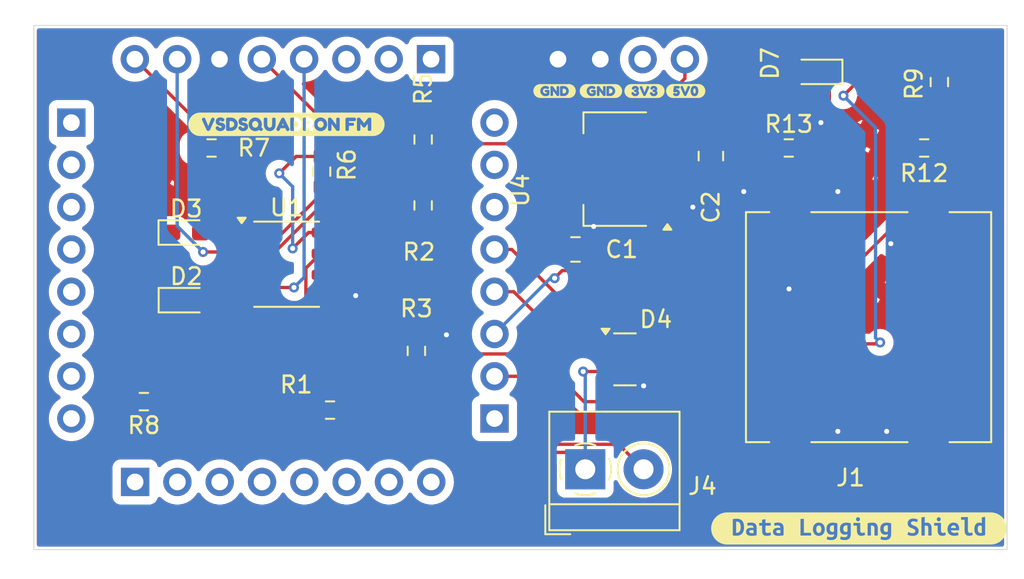
<source format=kicad_pcb>
(kicad_pcb (version 20240108) (generator "pcbnew") (generator_version "8.0")
  (layers (0 "F.Cu" signal) (31 "B.Cu" signal) (34 "B.Paste" user) (35 "F.Paste" user) (36 "B.SilkS" user "B.Silkscreen") (37 "F.SilkS" user "F.Silkscreen") (38 "B.Mask" user) (39 "F.Mask" user) (44 "Edge.Cuts" user))
  (net 0 "")
  (net 1 "GND")
  (net 2 "+3.3V")
  (net 3 "+5V")
  (net 4 "Net-(D2-A)")
  (net 5 "Net-(D2-K)")
  (net 6 "Net-(D3-A)")
  (net 7 "/B")
  (net 8 "/A")
  (net 10 "/CMD_MOSI")
  (net 12 "/CLK_SD")
  (net 13 "/DAT_MISO")
  (net 14 "/CD_SD")
  (net 15 "/RE_485")
  (net 16 "/DE_485")
  (net 17 "/RO_485")
  (net 18 "/DI_485")
  (net 39 "Net-(D7-A)")
  (footprint "Package_SO:SOIC-8_3.9x4.9mm_P1.27mm" (layer "F.Cu") (at 116.775 42.545)
    (property "Reference" "U1" (at 0 -3.4 0) (layer "F.SilkS"))
    (property "Value" "MAX485CSA")
    (pad "1" smd roundrect (at -2.475 -1.905) (size 1.95 0.6) (layers "F.Cu" "F.Paste" "F.Mask") (net 17 "/RO_485"))
    (pad "2" smd roundrect (at -2.475 -0.635) (size 1.95 0.6) (layers "F.Cu" "F.Paste" "F.Mask") (net 15 "/RE_485"))
    (pad "3" smd roundrect (at -2.475 0.635) (size 1.95 0.6) (layers "F.Cu" "F.Paste" "F.Mask") (net 16 "/DE_485"))
    (pad "4" smd roundrect (at -2.475 1.905) (size 1.95 0.6) (layers "F.Cu" "F.Paste" "F.Mask") (net 18 "/DI_485"))
    (pad "5" smd roundrect (at 2.475 1.905) (size 1.95 0.6) (layers "F.Cu" "F.Paste" "F.Mask") (net 1 "GND"))
    (pad "6" smd roundrect (at 2.475 0.635) (size 1.95 0.6) (layers "F.Cu" "F.Paste" "F.Mask") (net 8 "/A"))
    (pad "7" smd roundrect (at 2.475 -0.635) (size 1.95 0.6) (layers "F.Cu" "F.Paste" "F.Mask") (net 7 "/B"))
    (pad "8" smd roundrect (at 2.475 -1.905) (size 1.95 0.6) (layers "F.Cu" "F.Paste" "F.Mask") (net 3 "+5V"))
  )
  (footprint "Diode_SMD:D_0603_1608Metric_Pad1.05x0.95mm_HandSolder" (layer "F.Cu") (at 110.753 44.704)
    (property "Reference" "D2" (at 0 -1.43 0) (layer "F.SilkS"))
    (property "Value" "TX_IND")
    (pad "1" smd roundrect (at -0.875 0) (size 1.05 0.95) (layers "F.Cu" "F.Paste" "F.Mask") (net 5 "Net-(D2-K)"))
    (pad "2" smd roundrect (at 0.875 0) (size 1.05 0.95) (layers "F.Cu" "F.Paste" "F.Mask") (net 4 "Net-(D2-A)"))
  )
  (footprint "Resistor_SMD:R_0603_1608Metric_Pad0.98x0.95mm_HandSolder" (layer "F.Cu") (at 119.38 51.308 180)
    (property "Reference" "R1" (at 2.032 1.524 0) (layer "F.SilkS"))
    (property "Value" "120")
    (pad "1" smd roundrect (at -0.9125 0 180) (size 0.975 0.95) (layers "F.Cu" "F.Paste" "F.Mask") (net 8 "/A"))
    (pad "2" smd roundrect (at 0.9125 0 180) (size 0.975 0.95) (layers "F.Cu" "F.Paste" "F.Mask") (net 7 "/B"))
  )
  (footprint "Diode_SMD:D_0603_1608Metric_Pad1.05x0.95mm_HandSolder" (layer "F.Cu") (at 148.477 30.988 180)
    (property "Reference" "D7" (at 2.681 0.508 90) (layer "F.SilkS"))
    (property "Value" "PWR_IND")
    (pad "1" smd roundrect (at -0.875 0 180) (size 1.05 0.95) (layers "F.Cu" "F.Paste" "F.Mask") (net 1 "GND"))
    (pad "2" smd roundrect (at 0.875 0 180) (size 1.05 0.95) (layers "F.Cu" "F.Paste" "F.Mask") (net 39 "Net-(D7-A)"))
  )
  (footprint "Resistor_SMD:R_0603_1608Metric_Pad0.98x0.95mm_HandSolder" (layer "F.Cu") (at 124.5635 47.752 90)
    (property "Reference" "R3" (at 2.54 0 0) (layer "F.SilkS"))
    (property "Value" "20K")
    (pad "1" smd roundrect (at -0.9125 0 90) (size 0.975 0.95) (layers "F.Cu" "F.Paste" "F.Mask") (net 7 "/B"))
    (pad "2" smd roundrect (at 0.9125 0 90) (size 0.975 0.95) (layers "F.Cu" "F.Paste" "F.Mask") (net 1 "GND"))
  )
  (footprint "Package_TO_SOT_SMD:SOT-223-3_TabPin2" (layer "F.Cu") (at 136.5 36.83 180)
    (property "Reference" "U4" (at 5.69 -1.27 90) (layer "F.SilkS"))
    (property "Value" "AMS1117-3.3")
    (pad "1" smd roundrect (at -3.15 -2.3 180) (size 2 1.5) (layers "F.Cu" "F.Paste" "F.Mask") (net 1 "GND"))
    (pad "2" smd roundrect (at -3.15 0 180) (size 2 1.5) (layers "F.Cu" "F.Paste" "F.Mask") (net 2 "+3.3V"))
    (pad "2" smd roundrect (at 3.15 0 180) (size 2 3.8) (layers "F.Cu" "F.Paste" "F.Mask") (net 2 "+3.3V"))
    (pad "3" smd roundrect (at -3.15 2.3 180) (size 2 1.5) (layers "F.Cu" "F.Paste" "F.Mask") (net 3 "+5V"))
  )
  (footprint "Connector_Card:microSD_HC_Molex_47219-2001" (layer "F.Cu") (at 151.706 46.325 90)
    (property "Reference" "J1" (at -9.047 -1.084 0) (layer "F.SilkS"))
    (property "Value" "Micro_SD_Card")
    (pad "1" smd rect (at -3.205 -2.1 90) (size 0.8 1.5) (layers "F.Cu" "F.Paste" "F.Mask"))
    (pad "2" smd rect (at -2.105 -2.1 90) (size 0.8 1.5) (layers "F.Cu" "F.Paste" "F.Mask") (net 14 "/CD_SD"))
    (pad "3" smd rect (at -1.005 -2.1 90) (size 0.8 1.5) (layers "F.Cu" "F.Paste" "F.Mask") (net 10 "/CMD_MOSI"))
    (pad "4" smd rect (at 0.095 -2.1 90) (size 0.8 1.5) (layers "F.Cu" "F.Paste" "F.Mask") (net 2 "+3.3V"))
    (pad "5" smd rect (at 1.195 -2.1 90) (size 0.8 1.5) (layers "F.Cu" "F.Paste" "F.Mask") (net 12 "/CLK_SD"))
    (pad "6" smd rect (at 2.295 -2.1 90) (size 0.8 1.5) (layers "F.Cu" "F.Paste" "F.Mask") (net 1 "GND"))
    (pad "7" smd rect (at 3.395 -2.1 90) (size 0.8 1.5) (layers "F.Cu" "F.Paste" "F.Mask") (net 13 "/DAT_MISO"))
    (pad "8" smd rect (at 4.495 -2.1 90) (size 0.8 1.5) (layers "F.Cu" "F.Paste" "F.Mask"))
    (pad "9" smd roundrect (at -6.875 -4.7 90) (size 1.45 2) (layers "F.Cu" "F.Paste" "F.Mask") (net 1 "GND"))
    (pad "9" smd roundrect (at -6.875 3.6 90) (size 1.45 2) (layers "F.Cu" "F.Paste" "F.Mask") (net 1 "GND"))
    (pad "9" smd roundrect (at 6.875 -4.7 90) (size 1.45 2) (layers "F.Cu" "F.Paste" "F.Mask") (net 1 "GND"))
    (pad "9" smd roundrect (at 6.875 3.6 90) (size 1.45 2) (layers "F.Cu" "F.Paste" "F.Mask") (net 1 "GND"))
  )
  (footprint "Diode_SMD:D_0603_1608Metric_Pad1.05x0.95mm_HandSolder" (layer "F.Cu") (at 110.744 40.64)
    (property "Reference" "D3" (at 0 -1.43 0) (layer "F.SilkS"))
    (property "Value" "RX_IND")
    (pad "1" smd roundrect (at -0.875 0) (size 1.05 0.95) (layers "F.Cu" "F.Paste" "F.Mask") (net 5 "Net-(D2-K)"))
    (pad "2" smd roundrect (at 0.875 0) (size 1.05 0.95) (layers "F.Cu" "F.Paste" "F.Mask") (net 6 "Net-(D3-A)"))
  )
  (footprint "Resistor_SMD:R_0603_1608Metric_Pad0.98x0.95mm_HandSolder" (layer "F.Cu") (at 146.9155 35.56)
    (property "Reference" "R13" (at 0 -1.43 360) (layer "F.SilkS"))
    (property "Value" "470")
    (pad "1" smd roundrect (at -0.9125 0) (size 0.975 0.95) (layers "F.Cu" "F.Paste" "F.Mask") (net 3 "+5V"))
    (pad "2" smd roundrect (at 0.9125 0) (size 0.975 0.95) (layers "F.Cu" "F.Paste" "F.Mask") (net 39 "Net-(D7-A)"))
  )
  (footprint "Resistor_SMD:R_0603_1608Metric_Pad0.98x0.95mm_HandSolder" (layer "F.Cu") (at 124.968 35.052 90)
    (property "Reference" "R5" (at 3.048 0 90) (layer "F.SilkS"))
    (property "Value" "10K")
    (pad "1" smd roundrect (at -0.9125 0 90) (size 0.975 0.95) (layers "F.Cu" "F.Paste" "F.Mask") (net 3 "+5V"))
    (pad "2" smd roundrect (at 0.9125 0 90) (size 0.975 0.95) (layers "F.Cu" "F.Paste" "F.Mask") (net 16 "/DE_485"))
  )
  (footprint "Capacitor_SMD:C_0805_2012Metric_Pad1.18x1.45mm_HandSolder" (layer "F.Cu") (at 134.112 41.656)
    (property "Reference" "C1" (at 2.7725 0 0) (layer "F.SilkS"))
    (property "Value" "22uF")
    (pad "1" smd roundrect (at -1.0375 0) (size 1.175 1.45) (layers "F.Cu" "F.Paste" "F.Mask") (roundrect_rratio 0.212766) (net 2 "+3.3V"))
    (pad "2" smd roundrect (at 1.0375 0) (size 1.175 1.45) (layers "F.Cu" "F.Paste" "F.Mask") (roundrect_rratio 0.212766) (net 1 "GND"))
  )
  (footprint "Resistor_SMD:R_0603_1608Metric_Pad0.98x0.95mm_HandSolder" (layer "F.Cu") (at 124.968 39.0125 -90)
    (property "Reference" "R2" (at 2.794 0.254 0) (layer "F.SilkS"))
    (property "Value" "20K")
    (pad "1" smd roundrect (at -0.9125 0 270) (size 0.975 0.95) (layers "F.Cu" "F.Paste" "F.Mask") (net 3 "+5V"))
    (pad "2" smd roundrect (at 0.9125 0 270) (size 0.975 0.95) (layers "F.Cu" "F.Paste" "F.Mask") (net 8 "/A"))
  )
  (footprint "Capacitor_SMD:C_0805_2012Metric_Pad1.18x1.45mm_HandSolder" (layer "F.Cu") (at 142.24 36.0465 -90)
    (property "Reference" "C2" (at 3.0695 0 90) (layer "F.SilkS"))
    (property "Value" "10uF")
    (pad "1" smd roundrect (at -1.0375 0 270) (size 1.175 1.45) (layers "F.Cu" "F.Paste" "F.Mask") (roundrect_rratio 0.212766) (net 3 "+5V"))
    (pad "2" smd roundrect (at 1.0375 0 270) (size 1.175 1.45) (layers "F.Cu" "F.Paste" "F.Mask") (roundrect_rratio 0.212766) (net 1 "GND"))
  )
  (footprint "Package_TO_SOT_SMD:SOT-23" (layer "F.Cu") (at 137.0815 48.26)
    (property "Reference" "D4" (at 1.8565 -2.4 0) (layer "F.SilkS"))
    (property "Value" "SM712_SOT23")
    (pad "1" smd roundrect (at -0.9375 -0.95) (size 1.475 0.6) (layers "F.Cu" "F.Paste" "F.Mask") (net 8 "/A"))
    (pad "2" smd roundrect (at -0.9375 0.95) (size 1.475 0.6) (layers "F.Cu" "F.Paste" "F.Mask") (net 7 "/B"))
    (pad "3" smd roundrect (at 0.9375 0) (size 1.475 0.6) (layers "F.Cu" "F.Paste" "F.Mask") (net 1 "GND"))
  )
  (footprint "kibuzzard-679640E5" (layer "F.Cu") (at 151.13 58.42)
    (property "Reference" "kibuzzard-679640E5" (hide yes))
    (property "Value" "G***" (hide yes))
  )
  (footprint "Resistor_SMD:R_0603_1608Metric_Pad0.98x0.95mm_HandSolder" (layer "F.Cu") (at 155.956 31.5995 90)
    (property "Reference" "R9" (at -0.1035 -1.524 90) (layer "F.SilkS"))
    (property "Value" "10K")
    (pad "1" smd roundrect (at -0.9125 0 90) (size 0.975 0.95) (layers "F.Cu" "F.Paste" "F.Mask") (net 2 "+3.3V"))
    (pad "2" smd roundrect (at 0.9125 0 90) (size 0.975 0.95) (layers "F.Cu" "F.Paste" "F.Mask") (net 10 "/CMD_MOSI"))
  )
  (footprint "Resistor_SMD:R_0603_1608Metric_Pad0.98x0.95mm_HandSolder" (layer "F.Cu") (at 155.0435 35.56 180)
    (property "Reference" "R12" (at 0 -1.524 360) (layer "F.SilkS"))
    (property "Value" "10K" (hide yes))
    (pad "1" smd roundrect (at -0.9125 0 180) (size 0.975 0.95) (layers "F.Cu" "F.Paste" "F.Mask") (net 2 "+3.3V"))
    (pad "2" smd roundrect (at 0.9125 0 180) (size 0.975 0.95) (layers "F.Cu" "F.Paste" "F.Mask") (net 13 "/DAT_MISO"))
  )
  (footprint "TerminalBlock_4Ucon:TerminalBlock_4Ucon_1x02_P3.50mm_Horizontal" (layer "F.Cu") (at 134.7 54.864)
    (property "Reference" "J4" (at 7.032 1.016 0) (layer "F.SilkS"))
    (property "Value" "Screw_Terminal_01x02")
    (pad "1" thru_hole rect (at 0 0) (size 2.4 2.4) (drill 1.2) (layers "*.Cu" "*.Mask") (net 7 "/B"))
    (pad "2" thru_hole circle (at 3.5 0) (size 2.4 2.4) (drill 1.2) (layers "*.Cu" "*.Mask") (net 8 "/A"))
  )
  (footprint "Resistor_SMD:R_0603_1608Metric_Pad0.98x0.95mm_HandSolder" (layer "F.Cu") (at 108.204 50.8 180)
    (property "Reference" "R8" (at 0 -1.43 0) (layer "F.SilkS"))
    (property "Value" "470")
    (pad "1" smd roundrect (at -0.9125 0 180) (size 0.975 0.95) (layers "F.Cu" "F.Paste" "F.Mask") (net 18 "/DI_485"))
    (pad "2" smd roundrect (at 0.9125 0 180) (size 0.975 0.95) (layers "F.Cu" "F.Paste" "F.Mask") (net 4 "Net-(D2-A)"))
  )
  (footprint "VSDsquadron_FM:VSDSquadron_FM" (layer "F.Cu") (at 116.6033 42.9078)
    (property "Reference" "U2" (hide yes))
    (property "Value" "VSDSquadron FM" (hide yes))
    (pad "1" thru_hole rect (at -8.925764 12.718236 90) (size 1.7 1.7) (drill 1) (layers "*.Cu" "*.Mask"))
    (pad "2" thru_hole oval (at -6.385764 12.718236 90) (size 1.7 1.7) (drill 1) (layers "*.Cu" "*.Mask"))
    (pad "3" thru_hole oval (at -3.845764 12.718236 90) (size 1.7 1.7) (drill 1) (layers "*.Cu" "*.Mask"))
    (pad "4" thru_hole oval (at -1.305764 12.718236 90) (size 1.7 1.7) (drill 1) (layers "*.Cu" "*.Mask"))
    (pad "5" thru_hole oval (at 1.234236 12.718236 90) (size 1.7 1.7) (drill 1) (layers "*.Cu" "*.Mask"))
    (pad "6" thru_hole oval (at 3.774236 12.718236 90) (size 1.7 1.7) (drill 1) (layers "*.Cu" "*.Mask"))
    (pad "7" thru_hole oval (at 6.314236 12.718236 90) (size 1.7 1.7) (drill 1) (layers "*.Cu" "*.Mask"))
    (pad "8" thru_hole oval (at 8.854236 12.718236 90) (size 1.7 1.7) (drill 1) (layers "*.Cu" "*.Mask"))
    (pad "9" thru_hole rect (at 12.649236 8.908236 180) (size 1.7 1.7) (drill 1) (layers "*.Cu" "*.Mask"))
    (pad "10" thru_hole oval (at 12.649236 6.368236 180) (size 1.7 1.7) (drill 1) (layers "*.Cu" "*.Mask") (net 14 "/CD_SD"))
    (pad "11" thru_hole oval (at 12.649236 3.828236 180) (size 1.7 1.7) (drill 1) (layers "*.Cu" "*.Mask") (net 13 "/DAT_MISO"))
    (pad "12" thru_hole oval (at 12.649236 1.288236 180) (size 1.7 1.7) (drill 1) (layers "*.Cu" "*.Mask") (net 10 "/CMD_MOSI"))
    (pad "13" thru_hole oval (at 12.649236 -1.251764 180) (size 1.7 1.7) (drill 1) (layers "*.Cu" "*.Mask") (net 12 "/CLK_SD"))
    (pad "14" thru_hole oval (at 12.649236 -3.791764 180) (size 1.7 1.7) (drill 1) (layers "*.Cu" "*.Mask"))
    (pad "15" thru_hole oval (at 12.649236 -6.331764 180) (size 1.7 1.7) (drill 1) (layers "*.Cu" "*.Mask"))
    (pad "16" thru_hole oval (at 12.649236 -8.871764 180) (size 1.7 1.7) (drill 1) (layers "*.Cu" "*.Mask"))
    (pad "17" thru_hole rect (at 8.839236 -12.681764 270) (size 1.7 1.7) (drill 1) (layers "*.Cu" "*.Mask"))
    (pad "18" thru_hole oval (at 6.299236 -12.681764 270) (size 1.7 1.7) (drill 1) (layers "*.Cu" "*.Mask"))
    (pad "19" thru_hole oval (at 3.759236 -12.681764 270) (size 1.7 1.7) (drill 1) (layers "*.Cu" "*.Mask"))
    (pad "20" thru_hole oval (at 1.219236 -12.681764 270) (size 1.7 1.7) (drill 1) (layers "*.Cu" "*.Mask") (net 18 "/DI_485"))
    (pad "21" thru_hole oval (at -1.320764 -12.681764 270) (size 1.7 1.7) (drill 1) (layers "*.Cu" "*.Mask") (net 16 "/DE_485"))
    (pad "22" thru_hole oval (at -3.860764 -12.681764 270) (size 1.7 1.7) (drill 1) (layers "*.Cu" "*.Mask") (net 1 "GND"))
    (pad "23" thru_hole oval (at -6.400764 -12.681764 270) (size 1.7 1.7) (drill 1) (layers "*.Cu" "*.Mask") (net 15 "/RE_485"))
    (pad "24" thru_hole oval (at -8.940764 -12.681764 270) (size 1.7 1.7) (drill 1) (layers "*.Cu" "*.Mask") (net 17 "/RO_485"))
    (pad "25" thru_hole rect (at -12.750764 -8.871764) (size 1.7 1.7) (drill 1) (layers "*.Cu" "*.Mask"))
    (pad "26" thru_hole oval (at -12.750764 -6.331764) (size 1.7 1.7) (drill 1) (layers "*.Cu" "*.Mask"))
    (pad "27" thru_hole oval (at -12.750764 -3.791764) (size 1.7 1.7) (drill 1) (layers "*.Cu" "*.Mask"))
    (pad "28" thru_hole oval (at -12.750764 -1.251764) (size 1.7 1.7) (drill 1) (layers "*.Cu" "*.Mask"))
    (pad "29" thru_hole oval (at -12.750764 1.288236) (size 1.7 1.7) (drill 1) (layers "*.Cu" "*.Mask"))
    (pad "30" thru_hole oval (at -12.750764 3.828236) (size 1.7 1.7) (drill 1) (layers "*.Cu" "*.Mask"))
    (pad "31" thru_hole oval (at -12.750764 6.368236) (size 1.7 1.7) (drill 1) (layers "*.Cu" "*.Mask"))
    (pad "32" thru_hole oval (at -12.750764 8.908236) (size 1.7 1.7) (drill 1) (layers "*.Cu" "*.Mask"))
    (pad "33" thru_hole rect (at 16.459236 -12.681764 90) (size 1.7 1.7) (drill 1) (layers "*.Cu" "*.Mask") (net 1 "GND"))
    (pad "34" thru_hole oval (at 18.999236 -12.681764 90) (size 1.7 1.7) (drill 1) (layers "*.Cu" "*.Mask") (net 1 "GND"))
    (pad "35" thru_hole oval (at 21.539236 -12.681764 90) (size 1.7 1.7) (drill 1) (layers "*.Cu" "*.Mask"))
    (pad "36" thru_hole oval (at 24.079236 -12.681764 90) (size 1.7 1.7) (drill 1) (layers "*.Cu" "*.Mask") (net 3 "+5V"))
  )
  (footprint "Resistor_SMD:R_0603_1608Metric_Pad0.98x0.95mm_HandSolder" (layer "F.Cu") (at 112.268 35.56 180)
    (property "Reference" "R7" (at -2.54 0 0) (layer "F.SilkS"))
    (property "Value" "470")
    (pad "1" smd roundrect (at -0.9125 0 180) (size 0.975 0.95) (layers "F.Cu" "F.Paste" "F.Mask") (net 17 "/RO_485"))
    (pad "2" smd roundrect (at 0.9125 0 180) (size 0.975 0.95) (layers "F.Cu" "F.Paste" "F.Mask") (net 6 "Net-(D3-A)"))
  )
  (footprint "Resistor_SMD:R_0603_1608Metric_Pad0.98x0.95mm_HandSolder" (layer "F.Cu") (at 118.872 36.9805 -90)
    (property "Reference" "R6" (at -0.4045 -1.524 90) (layer "F.SilkS"))
    (property "Value" "10K")
    (pad "1" smd roundrect (at -0.9125 0 270) (size 0.975 0.95) (layers "F.Cu" "F.Paste" "F.Mask") (net 3 "+5V"))
    (pad "2" smd roundrect (at 0.9125 0 270) (size 0.975 0.95) (layers "F.Cu" "F.Paste" "F.Mask") (net 15 "/RE_485"))
  )
  (gr_line (start 160.02 28.194) (end 160.02 59.69) (stroke (width 0.05)) (layer "Edge.Cuts"))
  (gr_line (start 101.6 28.194) (end 101.6 59.69) (stroke (width 0.05)) (layer "Edge.Cuts"))
  (gr_line (start 101.6 59.69) (end 160.02 59.69) (stroke (width 0.05)) (layer "Edge.Cuts"))
  (gr_line (start 101.6 28.194) (end 160.02 28.194) (stroke (width 0.05)) (layer "Edge.Cuts"))
  (segment (start 153.0421 41.3098) (end 153.4462 41.3098) (width 0.2) (layer "F.Cu") (net 1))
  (segment (start 149.8615 38.1787) (end 148.2773 38.1787) (width 0.2) (layer "F.Cu") (net 1))
  (segment (start 139.6671 39.1129) (end 139.65 39.13) (width 0.2) (layer "F.Cu") (net 1))
  (segment (start 148.2773 38.1787) (end 147.006 39.45) (width 0.2) (layer "F.Cu") (net 1))
  (segment (start 149.8615 52.5862) (end 147.6198 52.5862) (width 0.2) (layer "F.Cu") (net 1))
  (segment (start 143.3347 38.1787) (end 142.24 37.084) (width 0.2) (layer "F.Cu") (net 1))
  (segment (start 152.7925 52.5862) (end 154.6922 52.5862) (width 0.2) (layer "F.Cu") (net 1))
  (segment (start 138.019 49.6685) (end 138.019 48.26) (width 0.2) (layer "F.Cu") (net 1))
  (segment (start 153.4462 41.3098) (end 155.306 39.45) (width 0.2) (layer "F.Cu") (net 1))
  (segment (start 120.9193 44.4315) (end 119.2685 44.4315) (width 0.2) (layer "F.Cu") (net 1))
  (segment (start 154.6922 52.5862) (end 155.306 53.2) (width 0.2) (layer "F.Cu") (net 1))
  (segment (start 149.352 33.528) (end 148.844 34.036) (width 0.2) (layer "F.Cu") (net 1))
  (segment (start 135.1495 40.3317) (end 135.1495 41.656) (width 0.2) (layer "F.Cu") (net 1))
  (segment (start 149.352 30.988) (end 149.352 33.528) (width 0.2) (layer "F.Cu") (net 1))
  (segment (start 119.2685 44.4315) (end 119.25 44.45) (width 0.2) (layer "F.Cu") (net 1))
  (segment (start 126.3668 46.7858) (end 124.6172 46.7858) (width 0.2) (layer "F.Cu") (net 1))
  (segment (start 147.6198 52.5862) (end 147.006 53.2) (width 0.2) (layer "F.Cu") (net 1))
  (segment (start 144.2155 38.1787) (end 143.3347 38.1787) (width 0.2) (layer "F.Cu") (net 1))
  (segment (start 135.2065 40.2747) (end 135.1495 40.3317) (width 0.2) (layer "F.Cu") (net 1))
  (segment (start 146.9305 44.03) (end 149.606 44.03) (width 0.2) (layer "F.Cu") (net 1))
  (segment (start 141.1563 39.1129) (end 139.6671 39.1129) (width 0.2) (layer "F.Cu") (net 1))
  (segment (start 124.6172 46.7858) (end 124.5635 46.8395) (width 0.2) (layer "F.Cu") (net 1))
  (segment (start 138.2035 49.853) (end 138.019 49.6685) (width 0.2) (layer "F.Cu") (net 1))
  (via (at 153.0421 41.3098) (size 0.6) (drill 0.3) (layers "F.Cu" "B.Cu") (net 1))
  (via (at 135.2065 40.2747) (size 0.6) (drill 0.3) (layers "F.Cu" "B.Cu") (net 1))
  (via (at 144.2155 38.1787) (size 0.6) (drill 0.3) (layers "F.Cu" "B.Cu") (net 1))
  (via (at 138.2035 49.853) (size 0.6) (drill 0.3) (layers "F.Cu" "B.Cu") (net 1))
  (via (at 141.1563 39.1129) (size 0.6) (drill 0.3) (layers "F.Cu" "B.Cu") (net 1))
  (via (at 120.9193 44.4315) (size 0.6) (drill 0.3) (layers "F.Cu" "B.Cu") (net 1))
  (via (at 149.8615 38.1787) (size 0.6) (drill 0.3) (layers "F.Cu" "B.Cu") (net 1))
  (via (at 149.8615 52.5862) (size 0.6) (drill 0.3) (layers "F.Cu" "B.Cu") (net 1))
  (via (at 126.3668 46.7858) (size 0.6) (drill 0.3) (layers "F.Cu" "B.Cu") (net 1))
  (via (at 152.7925 52.5862) (size 0.6) (drill 0.3) (layers "F.Cu" "B.Cu") (net 1))
  (via (at 148.844 34.036) (size 0.6) (drill 0.3) (layers "F.Cu" "B.Cu") (net 1))
  (via (at 146.9305 44.03) (size 0.6) (drill 0.3) (layers "F.Cu" "B.Cu") (net 1))
  (segment (start 133.0745 37.1055) (end 133.35 36.83) (width 0.2) (layer "F.Cu") (net 2))
  (segment (start 133.35 36.83) (end 139.65 36.83) (width 0.2) (layer "F.Cu") (net 2))
  (segment (start 133.0745 41.656) (end 133.0745 37.1055) (width 0.2) (layer "F.Cu") (net 2))
  (segment (start 155.956 32.512) (end 155.956 35.56) (width 0.2) (layer "F.Cu") (net 2))
  (segment (start 139.65 32.4102) (end 139.65 34.53) (width 0.2) (layer "F.Cu") (net 3))
  (segment (start 121.412 40.64) (end 123.952 38.1) (width 0.2) (layer "F.Cu") (net 3))
  (segment (start 143.764 35.56) (end 146.003 35.56) (width 0.2) (layer "F.Cu") (net 3))
  (segment (start 140.129 35.009) (end 142.24 35.009) (width 0.2) (layer "F.Cu") (net 3))
  (segment (start 124.968 38.1) (end 124.968 35.9645) (width 0.2) (layer "F.Cu") (net 3))
  (segment (start 142.24 35.009) (end 143.213 35.009) (width 0.2) (layer "F.Cu") (net 3))
  (segment (start 119.25 40.64) (end 121.412 40.64) (width 0.2) (layer "F.Cu") (net 3))
  (segment (start 124.968 38.1) (end 127.762 35.306) (width 0.2) (layer "F.Cu") (net 3))
  (segment (start 131.1787 34.53) (end 139.65 34.53) (width 0.2) (layer "F.Cu") (net 3))
  (segment (start 116.332 37.084) (end 117.348 36.068) (width 0.2) (layer "F.Cu") (net 3))
  (segment (start 123.952 38.1) (end 124.968 38.1) (width 0.2) (layer "F.Cu") (net 3))
  (segment (start 127.762 35.306) (end 130.4027 35.306) (width 0.2) (layer "F.Cu") (net 3))
  (segment (start 118.0899 40.64) (end 117.1347 41.5952) (width 0.2) (layer "F.Cu") (net 3))
  (segment (start 119.25 40.64) (end 118.0899 40.64) (width 0.2) (layer "F.Cu") (net 3))
  (segment (start 140.6825 31.3777) (end 139.65 32.4102) (width 0.2) (layer "F.Cu") (net 3))
  (segment (start 139.65 34.53) (end 140.129 35.009) (width 0.2) (layer "F.Cu") (net 3))
  (segment (start 130.4027 35.306) (end 131.1787 34.53) (width 0.2) (layer "F.Cu") (net 3))
  (segment (start 117.348 36.068) (end 118.872 36.068) (width 0.2) (layer "F.Cu") (net 3))
  (segment (start 143.213 35.009) (end 143.764 35.56) (width 0.2) (layer "F.Cu") (net 3))
  (segment (start 140.6825 30.226) (end 140.6825 31.3777) (width 0.2) (layer "F.Cu") (net 3))
  (via (at 116.332 37.084) (size 0.6) (drill 0.3) (layers "F.Cu" "B.Cu") (net 3))
  (via (at 117.1347 41.5952) (size 0.6) (drill 0.3) (layers "F.Cu" "B.Cu") (net 3))
  (segment (start 117.1347 37.8867) (end 116.332 37.084) (width 0.2) (layer "B.Cu") (net 3))
  (segment (start 117.1347 41.5952) (end 117.1347 37.8867) (width 0.2) (layer "B.Cu") (net 3))
  (segment (start 107.2915 49.0405) (end 111.628 44.704) (width 0.2) (layer "F.Cu") (net 4))
  (segment (start 107.2915 50.8) (end 107.2915 49.0405) (width 0.2) (layer "F.Cu") (net 4))
  (segment (start 109.878 44.704) (end 109.869 44.695) (width 0.2) (layer "F.Cu") (net 5))
  (segment (start 109.869 44.695) (end 109.869 40.64) (width 0.2) (layer "F.Cu") (net 5))
  (segment (start 111.619 40.64) (end 111.619 35.8235) (width 0.2) (layer "F.Cu") (net 6))
  (segment (start 111.619 35.8235) (end 111.3555 35.56) (width 0.2) (layer "F.Cu") (net 6))
  (segment (start 134.5735 48.992) (end 135.926 48.992) (width 0.2) (layer "F.Cu") (net 7))
  (segment (start 117.9293 45.4828) (end 117.9293 42.7792) (width 0.2) (layer "F.Cu") (net 7))
  (segment (start 133.684 53.848) (end 134.7 54.864) (width 0.2) (layer "F.Cu") (net 7))
  (segment (start 118.7985 41.91) (end 119.25 41.91) (width 0.2) (layer "F.Cu") (net 7))
  (segment (start 118.4675 51.308) (end 118.4675 52.4275) (width 0.2) (layer "F.Cu") (net 7))
  (segment (start 118.4675 52.4275) (end 119.888 53.848) (width 0.2) (layer "F.Cu") (net 7))
  (segment (start 119.888 53.848) (end 133.684 53.848) (width 0.2) (layer "F.Cu") (net 7))
  (segment (start 117.9293 42.7792) (end 118.7985 41.91) (width 0.2) (layer "F.Cu") (net 7))
  (segment (start 121.111 48.6645) (end 118.4675 51.308) (width 0.2) (layer "F.Cu") (net 7))
  (segment (start 118.4675 51.308) (end 118.66975 51.10575) (width 0.2) (layer "F.Cu") (net 7))
  (segment (start 135.926 48.992) (end 136.144 49.21) (width 0.2) (layer "F.Cu") (net 7))
  (segment (start 121.111 48.6645) (end 117.9293 45.4828) (width 0.2) (layer "F.Cu") (net 7))
  (segment (start 124.5635 48.6645) (end 121.111 48.6645) (width 0.2) (layer "F.Cu") (net 7))
  (via (at 134.5735 48.992) (size 0.6) (drill 0.3) (layers "F.Cu" "B.Cu") (net 7))
  (segment (start 134.7 49.1185) (end 134.5735 48.992) (width 0.2) (layer "B.Cu") (net 7))
  (segment (start 134.7 54.864) (end 134.7 49.1185) (width 0.2) (layer "B.Cu") (net 7))
  (segment (start 136.144 47.31) (end 135.5187 47.9353) (width 0.2) (layer "F.Cu") (net 8))
  (segment (start 124.8462 51.308) (end 128.2189 47.9353) (width 0.2) (layer "F.Cu") (net 8))
  (segment (start 135.5187 47.9353) (end 128.2189 47.9353) (width 0.2) (layer "F.Cu") (net 8))
  (segment (start 120.2925 51.308) (end 124.8462 51.308) (width 0.2) (layer "F.Cu") (net 8))
  (segment (start 136.6983 53.3623) (end 122.3468 53.3623) (width 0.2) (layer "F.Cu") (net 8))
  (segment (start 121.713 43.18) (end 123.609529 43.18) (width 0.2) (layer "F.Cu") (net 8))
  (segment (start 122.3468 53.3623) (end 120.2925 51.308) (width 0.2) (layer "F.Cu") (net 8))
  (segment (start 123.609529 43.18) (end 128.2189 47.789371) (width 0.2) (layer "F.Cu") (net 8))
  (segment (start 128.2189 47.789371) (end 128.2189 47.9353) (width 0.2) (layer "F.Cu") (net 8))
  (segment (start 124.968 39.925) (end 121.713 43.18) (width 0.2) (layer "F.Cu") (net 8))
  (segment (start 121.713 43.18) (end 119.25 43.18) (width 0.2) (layer "F.Cu") (net 8))
  (segment (start 138.2 54.864) (end 136.6983 53.3623) (width 0.2) (layer "F.Cu") (net 8))
  (segment (start 151.9276 30.687) (end 155.956 30.687) (width 0.2) (layer "F.Cu") (net 10))
  (segment (start 132.7441 46.5359) (end 130.4042 44.196) (width 0.2) (layer "F.Cu") (net 10))
  (segment (start 150.1977 32.4168) (end 150.1977 32.4169) (width 0.2) (layer "F.Cu") (net 10))
  (segment (start 149.606 47.33) (end 152.2857 47.33) (width 0.2) (layer "F.Cu") (net 10))
  (segment (start 147.7602 46.5359) (end 132.7441 46.5359) (width 0.2) (layer "F.Cu") (net 10))
  (segment (start 149.181 47.33) (end 149.606 47.33) (width 0.2) (layer "F.Cu") (net 10))
  (segment (start 148.5543 47.33) (end 147.7602 46.5359) (width 0.2) (layer "F.Cu") (net 10))
  (segment (start 150.1977 32.4169) (end 151.9276 30.687) (width 0.2) (layer "F.Cu") (net 10))
  (segment (start 129.2525 44.196) (end 130.4042 44.196) (width 0.2) (layer "F.Cu") (net 10))
  (segment (start 149.181 47.33) (end 148.5543 47.33) (width 0.2) (layer "F.Cu") (net 10))
  (via (at 152.4 47.244) (size 0.6) (drill 0.3) (layers "F.Cu" "B.Cu") (net 10))
  (via (at 150.1977 32.4169) (size 0.6) (drill 0.3) (layers "F.Cu" "B.Cu") (net 10))
  (segment (start 152.1239 46.9679) (end 152.4 47.244) (width 0.2) (layer "B.Cu") (net 10))
  (segment (start 150.1977 32.4169) (end 152.1239 34.3431) (width 0.2) (layer "B.Cu") (net 10))
  (segment (start 152.1239 34.3431) (end 152.1239 46.9679) (width 0.2) (layer "B.Cu") (net 10))
  (segment (start 130.282436 41.656036) (end 133.7564 45.13) (width 0.2) (layer "F.Cu") (net 12))
  (segment (start 133.7564 45.13) (end 149.606 45.13) (width 0.2) (layer "F.Cu") (net 12))
  (segment (start 129.252536 41.656036) (end 130.282436 41.656036) (width 0.2) (layer "F.Cu") (net 12))
  (segment (start 149.606 42.93) (end 150.556 42.93) (width 0.2) (layer "F.Cu") (net 13))
  (segment (start 150.556 42.93) (end 153.924 39.562) (width 0.2) (layer "F.Cu") (net 13))
  (segment (start 153.924 35.767) (end 154.131 35.56) (width 0.2) (layer "F.Cu") (net 13))
  (segment (start 132.8596 43.3824) (end 133.312 42.93) (width 0.2) (layer "F.Cu") (net 13))
  (segment (start 133.312 42.93) (end 149.606 42.93) (width 0.2) (layer "F.Cu") (net 13))
  (segment (start 153.924 39.562) (end 153.924 35.767) (width 0.2) (layer "F.Cu") (net 13))
  (via (at 132.8596 43.3824) (size 0.6) (drill 0.3) (layers "F.Cu" "B.Cu") (net 13))
  (segment (start 132.606172 43.3824) (end 129.252536 46.736036) (width 0.2) (layer "B.Cu") (net 13))
  (segment (start 132.8596 43.3824) (end 132.606172 43.3824) (width 0.2) (layer "B.Cu") (net 13))
  (segment (start 129.252536 49.276036) (end 133.096036 49.276036) (width 0.2) (layer "F.Cu") (net 14))
  (segment (start 134.62 50.8) (end 142.748 50.8) (width 0.2) (layer "F.Cu") (net 14))
  (segment (start 133.096036 49.276036) (end 134.62 50.8) (width 0.2) (layer "F.Cu") (net 14))
  (segment (start 145.118 48.43) (end 149.606 48.43) (width 0.2) (layer "F.Cu") (net 14))
  (segment (start 142.748 50.8) (end 145.118 48.43) (width 0.2) (layer "F.Cu") (net 14))
  (segment (start 114.3 41.91) (end 115.274999 41.91) (width 0.2) (layer "F.Cu") (net 15))
  (segment (start 115.274999 41.91) (end 118.872 38.312999) (width 0.2) (layer "F.Cu") (net 15))
  (segment (start 111.7585 41.8084) (end 114.1984 41.8084) (width 0.2) (layer "F.Cu") (net 15))
  (segment (start 110.547722 30.226036) (end 110.202536 30.226036) (width 0.2) (layer "F.Cu") (net 15))
  (segment (start 114.1984 41.8084) (end 114.3 41.91) (width 0.2) (layer "F.Cu") (net 15))
  (segment (start 118.872 38.312999) (end 118.872 37.893) (width 0.2) (layer "F.Cu") (net 15))
  (via (at 111.7585 41.8084) (size 0.6) (drill 0.3) (layers "F.Cu" "B.Cu") (net 15))
  (segment (start 111.7585 41.8084) (end 110.202536 40.252436) (width 0.2) (layer "B.Cu") (net 15))
  (segment (start 110.202536 40.252436) (end 110.202536 30.226036) (width 0.2) (layer "B.Cu") (net 15))
  (segment (start 119.196 34.1395) (end 115.282536 30.226036) (width 0.2) (layer "F.Cu") (net 16))
  (segment (start 119.883 39.2245) (end 122.428 36.6795) (width 0.2) (layer "F.Cu") (net 16))
  (segment (start 122.428 34.1395) (end 119.196 34.1395) (width 0.2) (layer "F.Cu") (net 16))
  (segment (start 122.428 36.6795) (end 122.428 34.1395) (width 0.2) (layer "F.Cu") (net 16))
  (segment (start 124.968 34.1395) (end 122.428 34.1395) (width 0.2) (layer "F.Cu") (net 16))
  (segment (start 114.6987 43.18) (end 114.3 43.18) (width 0.2) (layer "F.Cu") (net 16))
  (segment (start 118.6542 39.2245) (end 119.883 39.2245) (width 0.2) (layer "F.Cu") (net 16))
  (segment (start 118.6542 39.2245) (end 114.6987 43.18) (width 0.2) (layer "F.Cu") (net 16))
  (segment (start 113.1805 39.5205) (end 113.1805 35.56) (width 0.2) (layer "F.Cu") (net 17))
  (segment (start 112.9965 35.56) (end 113.1805 35.56) (width 0.2) (layer "F.Cu") (net 17))
  (segment (start 114.3 40.64) (end 113.1805 39.5205) (width 0.2) (layer "F.Cu") (net 17))
  (segment (start 107.662536 30.226036) (end 112.9965 35.56) (width 0.2) (layer "F.Cu") (net 17))
  (segment (start 109.1165 49.6335) (end 114.3 44.45) (width 0.2) (layer "F.Cu") (net 18))
  (segment (start 117.2147 43.9417) (end 114.8083 43.9417) (width 0.2) (layer "F.Cu") (net 18))
  (segment (start 114.8083 43.9417) (end 114.3 44.45) (width 0.2) (layer "F.Cu") (net 18))
  (segment (start 109.1165 50.8) (end 109.1165 49.6335) (width 0.2) (layer "F.Cu") (net 18))
  (via (at 117.2147 43.9417) (size 0.6) (drill 0.3) (layers "F.Cu" "B.Cu") (net 18))
  (segment (start 117.8225 43.3339) (end 117.2147 43.9417) (width 0.2) (layer "B.Cu") (net 18))
  (segment (start 117.8225 30.226) (end 117.8225 43.3339) (width 0.2) (layer "B.Cu") (net 18))
  (segment (start 147.828 30.706) (end 147.602 30.48) (width 0.2) (layer "F.Cu") (net 39))
  (segment (start 147.602 35.334) (end 147.828 35.56) (width 0.2) (layer "F.Cu") (net 39))
  (segment (start 147.602 35.842) (end 147.828 36.068) (width 0.2) (layer "F.Cu") (net 39))
  (segment (start 147.602 30.988) (end 147.602 35.334) (width 0.2) (layer "F.Cu") (net 39))
  (zone (net 2) (net_name "+3.3V") (layer "F.Cu") (priority 1) (connect_pads yes (clearance 0.508)) (min_thickness 0.254) (fill yes (mode hatch) (thermal_gap 0.5) (thermal_bridge_width 0.5) (hatch_thickness 1) (hatch_gap 0.254) (hatch_orientation 60) (hatch_border_algorithm hatch_thickness) (hatch_min_hole_area 0.3))
    (polygon (pts (xy 99.568 26.67) (xy 99.568 61.468) (xy 161.036 61.468) (xy 161.036 26.67)))
  )
  (zone (net 1) (net_name "GND") (layer "B.Cu") (connect_pads yes (clearance 0.508)) (min_thickness 0.254) (fill yes (thermal_gap 0.5) (thermal_bridge_width 0.5))
    (polygon (pts (xy 99.568 26.67) (xy 99.568 61.468) (xy 161.036 61.468) (xy 161.036 26.67)))
  )
)
</source>
